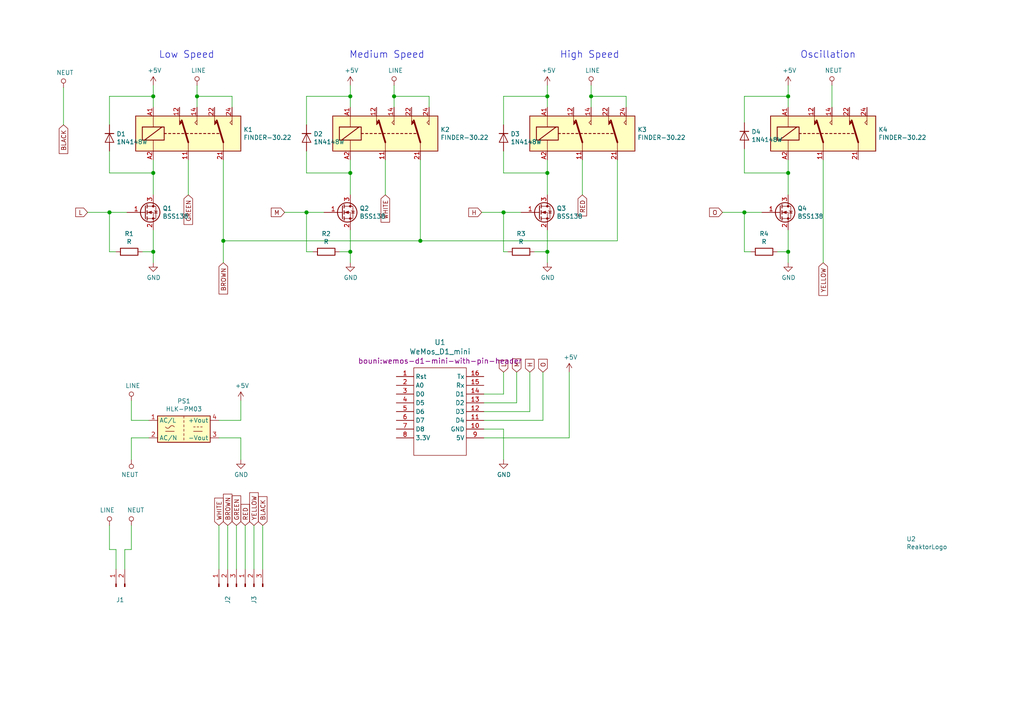
<source format=kicad_sch>
(kicad_sch (version 20210621) (generator eeschema)
  (paper "A4")
  (lib_symbols
    (symbol "Connector:Conn_01x02_Male" (pin_names hide)
      (property "Reference" "J" (at 0 2.54 0))
      (property "Value" "Conn_01x02_Male" (at 0 -5.08 0))
      (symbol "Conn_01x02_Male_1_1"
        (rectangle (start 0.8636 -2.413) (end 0 -2.667) (stroke (width 0.1524)) (fill (type outline)))
        (rectangle (start 0.8636 0.127) (end 0 -0.127) (stroke (width 0.1524)) (fill (type outline)))
        (polyline (pts (xy 1.27 -2.54) (xy 0.8636 -2.54)) (stroke (width 0.1524)))
        (polyline (pts (xy 1.27 0) (xy 0.8636 0)) (stroke (width 0.1524)))
        (pin passive line (at 5.08 0 180) (length 3.81) (name "Pin_1") (number "1"))
        (pin passive line (at 5.08 -2.54 180) (length 3.81) (name "Pin_2") (number "2"))
      )
    )
    (symbol "Connector:Conn_01x03_Male" (pin_names hide)
      (property "Reference" "J" (at 0 5.08 0))
      (property "Value" "Conn_01x03_Male" (at 0 -5.08 0))
      (symbol "Conn_01x03_Male_1_1"
        (rectangle (start 0.8636 -2.413) (end 0 -2.667) (stroke (width 0.1524)) (fill (type outline)))
        (rectangle (start 0.8636 0.127) (end 0 -0.127) (stroke (width 0.1524)) (fill (type outline)))
        (rectangle (start 0.8636 2.667) (end 0 2.413) (stroke (width 0.1524)) (fill (type outline)))
        (polyline (pts (xy 1.27 -2.54) (xy 0.8636 -2.54)) (stroke (width 0.1524)))
        (polyline (pts (xy 1.27 0) (xy 0.8636 0)) (stroke (width 0.1524)))
        (polyline (pts (xy 1.27 2.54) (xy 0.8636 2.54)) (stroke (width 0.1524)))
        (pin passive line (at 5.08 2.54 180) (length 3.81) (name "Pin_1") (number "1"))
        (pin passive line (at 5.08 0 180) (length 3.81) (name "Pin_2") (number "2"))
        (pin passive line (at 5.08 -2.54 180) (length 3.81) (name "Pin_3") (number "3"))
      )
    )
    (symbol "Converter_ACDC:HLK-PM03"
      (property "Reference" "PS" (at 0 5.08 0))
      (property "Value" "HLK-PM03" (at 0 -5.08 0))
      (symbol "HLK-PM03_0_1"
        (arc (start -5.334 0.635) (end -4.064 0.635) (radius (at -4.699 0.9652) (length 0.7112) (angles -152.5 -27.5)))
        (arc (start -2.794 0.635) (end -4.064 0.635) (radius (at -3.429 0.2794) (length 0.7366) (angles 29.2 150.8)))
        (rectangle (start -7.62 3.81) (end 7.62 -3.81) (stroke (width 0.254)) (fill (type background)))
        (polyline (pts (xy -5.334 -0.635) (xy -2.794 -0.635)))
        (polyline (pts (xy 0 -2.54) (xy 0 -3.175)))
        (polyline (pts (xy 0 -1.27) (xy 0 -1.905)))
        (polyline (pts (xy 0 0) (xy 0 -0.635)))
        (polyline (pts (xy 0 1.27) (xy 0 0.635)))
        (polyline (pts (xy 0 2.54) (xy 0 1.905)))
        (polyline (pts (xy 0 3.81) (xy 0 3.175)))
        (polyline (pts (xy 2.794 -0.635) (xy 5.334 -0.635)))
        (polyline (pts (xy 2.794 0.635) (xy 3.302 0.635)))
        (polyline (pts (xy 3.81 0.635) (xy 4.318 0.635)))
        (polyline (pts (xy 4.826 0.635) (xy 5.334 0.635)))
      )
      (symbol "HLK-PM03_1_1"
        (pin power_in line (at -10.16 2.54 0) (length 2.54) (name "AC/L") (number "1"))
        (pin power_in line (at -10.16 -2.54 0) (length 2.54) (name "AC/N") (number "2"))
        (pin power_out line (at 10.16 -2.54 180) (length 2.54) (name "-Vout") (number "3"))
        (pin power_out line (at 10.16 2.54 180) (length 2.54) (name "+Vout") (number "4"))
      )
    )
    (symbol "Device:R" (pin_numbers hide) (pin_names (offset 0))
      (property "Reference" "R" (at 2.032 0 90))
      (property "Value" "R" (at 0 0 90))
      (symbol "R_0_1"
        (rectangle (start -1.016 -2.54) (end 1.016 2.54) (stroke (width 0.254)))
      )
      (symbol "R_1_1"
        (pin passive line (at 0 3.81 270) (length 1.27) (name "~") (number "1"))
        (pin passive line (at 0 -3.81 90) (length 1.27) (name "~") (number "2"))
      )
    )
    (symbol "Diode:1N4148W" (pin_numbers hide) (pin_names hide)
      (property "Reference" "D" (at 0 2.54 0))
      (property "Value" "1N4148W" (at 0 -2.54 0))
      (symbol "1N4148W_0_1"
        (polyline (pts (xy -1.27 1.27) (xy -1.27 -1.27)) (stroke (width 0.254)))
        (polyline (pts (xy 1.27 0) (xy -1.27 0)))
        (polyline (pts (xy 1.27 1.27) (xy 1.27 -1.27) (xy -1.27 0) (xy 1.27 1.27)) (stroke (width 0.2032)))
      )
      (symbol "1N4148W_1_1"
        (pin passive line (at -3.81 0 0) (length 2.54) (name "K") (number "1"))
        (pin passive line (at 3.81 0 180) (length 2.54) (name "A") (number "2"))
      )
    )
    (symbol "Reaktor23:ReaktorLogo"
      (property "Reference" "U" (at 0 0 0))
      (property "Value" "ReaktorLogo" (at 0 2.54 0))
    )
    (symbol "Relay:FINDER-30.22"
      (property "Reference" "K" (at 16.51 3.81 0))
      (property "Value" "FINDER-30.22" (at 16.51 1.27 0))
      (symbol "FINDER-30.22_0_1"
        (rectangle (start -13.335 1.905) (end -6.985 -1.905) (stroke (width 0.254)))
        (rectangle (start -15.24 5.08) (end 15.24 -5.08) (stroke (width 0.254)) (fill (type background)))
        (polyline (pts (xy -12.7 -1.905) (xy -7.62 1.905)) (stroke (width 0.254)))
        (polyline (pts (xy -10.16 -5.08) (xy -10.16 -1.905)))
        (polyline (pts (xy -10.16 5.08) (xy -10.16 1.905)))
        (polyline (pts (xy -6.985 0) (xy -6.35 0)) (stroke (width 0.254)))
        (polyline (pts (xy -5.715 0) (xy -5.08 0)) (stroke (width 0.254)))
        (polyline (pts (xy -4.445 0) (xy -3.81 0)) (stroke (width 0.254)))
        (polyline (pts (xy -3.175 0) (xy -2.54 0)) (stroke (width 0.254)))
        (polyline (pts (xy -2.54 2.54) (xy -2.54 5.08)))
        (polyline (pts (xy -1.905 0) (xy -1.27 0)) (stroke (width 0.254)))
        (polyline (pts (xy -0.635 0) (xy 0 0)) (stroke (width 0.254)))
        (polyline (pts (xy 0 -2.54) (xy -1.905 3.81)) (stroke (width 0.508)))
        (polyline (pts (xy 0 -2.54) (xy 0 -5.08)))
        (polyline (pts (xy 0.635 0) (xy 1.27 0)) (stroke (width 0.254)))
        (polyline (pts (xy 1.905 0) (xy 2.54 0)) (stroke (width 0.254)))
        (polyline (pts (xy 2.54 2.54) (xy 2.54 5.08)))
        (polyline (pts (xy 3.175 0) (xy 3.81 0)) (stroke (width 0.254)))
        (polyline (pts (xy 4.445 0) (xy 5.08 0)) (stroke (width 0.254)))
        (polyline (pts (xy 5.715 0) (xy 6.35 0)) (stroke (width 0.254)))
        (polyline (pts (xy 6.985 0) (xy 7.62 0)) (stroke (width 0.254)))
        (polyline (pts (xy 7.62 2.54) (xy 7.62 5.08)))
        (polyline (pts (xy 8.255 0) (xy 8.89 0)) (stroke (width 0.254)))
        (polyline (pts (xy 10.16 -2.54) (xy 8.255 3.81)) (stroke (width 0.508)))
        (polyline (pts (xy 10.16 -2.54) (xy 10.16 -5.08)))
        (polyline (pts (xy 12.7 2.54) (xy 12.7 5.08)))
        (polyline (pts (xy 2.54 2.54) (xy 1.905 3.175) (xy 2.54 3.81)))
        (polyline (pts (xy 12.7 2.54) (xy 12.065 3.175) (xy 12.7 3.81)))
        (polyline (pts (xy -2.54 2.54) (xy -1.905 3.175) (xy -2.54 3.81)) (fill (type outline)))
        (polyline (pts (xy 7.62 2.54) (xy 8.255 3.175) (xy 7.62 3.81)) (fill (type outline)))
      )
      (symbol "FINDER-30.22_1_1"
        (pin passive line (at 0 -7.62 90) (length 2.54) (name "~") (number "11"))
        (pin passive line (at -2.54 7.62 270) (length 2.54) (name "~") (number "12"))
        (pin passive line (at 2.54 7.62 270) (length 2.54) (name "~") (number "14"))
        (pin passive line (at 10.16 -7.62 90) (length 2.54) (name "~") (number "21"))
        (pin passive line (at 7.62 7.62 270) (length 2.54) (name "~") (number "22"))
        (pin passive line (at 12.7 7.62 270) (length 2.54) (name "~") (number "24"))
        (pin passive line (at -10.16 7.62 270) (length 2.54) (name "~") (number "A1"))
        (pin passive line (at -10.16 -7.62 90) (length 2.54) (name "~") (number "A2"))
      )
    )
    (symbol "Transistor_FET:BSS138" (pin_names (offset 0) hide)
      (property "Reference" "Q" (at 5.08 1.905 0))
      (property "Value" "BSS138" (at 5.08 0 0))
      (symbol "BSS138_0_1"
        (circle (center 1.651 0) (radius 2.8194) (stroke (width 0.254)))
        (circle (center 2.54 -1.778) (radius 0.2794) (fill (type outline)))
        (circle (center 2.54 1.778) (radius 0.2794) (fill (type outline)))
        (polyline (pts (xy 0.762 -1.778) (xy 2.54 -1.778)))
        (polyline (pts (xy 0.762 -1.27) (xy 0.762 -2.286)) (stroke (width 0.254)))
        (polyline (pts (xy 0.762 0) (xy 2.54 0)))
        (polyline (pts (xy 0.762 0.508) (xy 0.762 -0.508)) (stroke (width 0.254)))
        (polyline (pts (xy 0.762 1.778) (xy 2.54 1.778)))
        (polyline (pts (xy 0.762 2.286) (xy 0.762 1.27)) (stroke (width 0.254)))
        (polyline (pts (xy 2.54 -1.778) (xy 2.54 -2.54)))
        (polyline (pts (xy 2.54 -1.778) (xy 2.54 0)))
        (polyline (pts (xy 2.54 2.54) (xy 2.54 1.778)))
        (polyline (pts (xy 0.254 1.905) (xy 0.254 -1.905) (xy 0.254 -1.905)) (stroke (width 0.254)))
        (polyline (pts (xy 2.54 -1.778) (xy 3.302 -1.778) (xy 3.302 1.778) (xy 2.54 1.778)))
        (polyline (pts (xy 2.794 0.508) (xy 2.921 0.381) (xy 3.683 0.381) (xy 3.81 0.254)))
        (polyline (pts (xy 3.302 0.381) (xy 2.921 -0.254) (xy 3.683 -0.254) (xy 3.302 0.381)))
        (polyline (pts (xy 1.016 0) (xy 2.032 0.381) (xy 2.032 -0.381) (xy 1.016 0)) (fill (type outline)))
      )
      (symbol "BSS138_1_1"
        (pin input line (at -5.08 0 0) (length 5.334) (name "G") (number "1"))
        (pin passive line (at 2.54 -5.08 90) (length 2.54) (name "S") (number "2"))
        (pin passive line (at 2.54 5.08 270) (length 2.54) (name "D") (number "3"))
      )
    )
    (symbol "power:+5V" (power) (pin_names (offset 0))
      (property "Value" "+5V" (at 0 3.556 0))
      (symbol "+5V_0_1"
        (polyline (pts (xy -0.762 1.27) (xy 0 2.54)))
        (polyline (pts (xy 0 0) (xy 0 2.54)))
        (polyline (pts (xy 0 2.54) (xy 0.762 1.27)))
      )
      (symbol "+5V_1_1"
        (pin power_in line (at 0 0 90) (length 0) hide (name "+5V") (number "1"))
      )
    )
    (symbol "power:GND" (power) (pin_names (offset 0))
      (property "Value" "GND" (at 0 -3.81 0))
      (symbol "GND_0_1"
        (polyline (pts (xy 0 0) (xy 0 -1.27) (xy 1.27 -1.27) (xy 0 -2.54) (xy -1.27 -1.27) (xy 0 -1.27)))
      )
      (symbol "GND_1_1"
        (pin power_in line (at 0 0 270) (length 0) hide (name "GND") (number "1"))
      )
    )
    (symbol "power:LINE" (power) (pin_names (offset 0))
      (property "Value" "LINE" (at 0 3.81 0))
      (symbol "LINE_0_1"
        (circle (center 0 1.905) (radius 0.635))
        (polyline (pts (xy 0 0) (xy 0 1.27)))
      )
      (symbol "LINE_1_1"
        (pin power_in line (at 0 0 90) (length 0) hide (name "LINE") (number "1"))
      )
    )
    (symbol "power:NEUT" (power) (pin_names (offset 0))
      (property "Value" "NEUT" (at 0 3.81 0))
      (symbol "NEUT_0_1"
        (circle (center 0 1.905) (radius 0.635))
        (polyline (pts (xy 0 0) (xy 0 1.27)))
      )
      (symbol "NEUT_1_1"
        (pin power_in line (at 0 0 90) (length 0) hide (name "NEUT") (number "1"))
      )
    )
    (symbol "wemos_mini:WeMos_D1_mini"
      (property "Reference" "U" (at 0 12.7 0))
      (property "Value" "WeMos_D1_mini" (at 0 -12.7 0))
      (symbol "WeMos_D1_mini_0_1"
        (rectangle (start -7.62 11.43) (end 7.62 -13.97))
      )
      (symbol "WeMos_D1_mini_1_1"
        (pin bidirectional line (at -12.7 8.89 0) (length 5.08) (name "Rst") (number "1"))
        (pin power_in line (at 12.7 -6.35 180) (length 5.08) (name "GND") (number "10"))
        (pin bidirectional line (at 12.7 -3.81 180) (length 5.08) (name "D4") (number "11"))
        (pin bidirectional line (at 12.7 -1.27 180) (length 5.08) (name "D3") (number "12"))
        (pin bidirectional line (at 12.7 1.27 180) (length 5.08) (name "D2") (number "13"))
        (pin bidirectional line (at 12.7 3.81 180) (length 5.08) (name "D1") (number "14"))
        (pin bidirectional line (at 12.7 6.35 180) (length 5.08) (name "Rx") (number "15"))
        (pin bidirectional line (at 12.7 8.89 180) (length 5.08) (name "Tx") (number "16"))
        (pin bidirectional line (at -12.7 6.35 0) (length 5.08) (name "A0") (number "2"))
        (pin bidirectional line (at -12.7 3.81 0) (length 5.08) (name "D0") (number "3"))
        (pin bidirectional line (at -12.7 1.27 0) (length 5.08) (name "D5") (number "4"))
        (pin bidirectional line (at -12.7 -1.27 0) (length 5.08) (name "D6") (number "5"))
        (pin bidirectional line (at -12.7 -3.81 0) (length 5.08) (name "D7") (number "6"))
        (pin bidirectional line (at -12.7 -6.35 0) (length 5.08) (name "D8") (number "7"))
        (pin power_out line (at -12.7 -8.89 0) (length 5.08) (name "3.3V") (number "8"))
        (pin power_in line (at 12.7 -8.89 180) (length 5.08) (name "5V") (number "9"))
      )
    )
  )
  (junction (at 31.75 61.595) (diameter 1.016))
  (junction (at 44.45 27.94) (diameter 1.016))
  (junction (at 44.45 50.165) (diameter 1.016))
  (junction (at 44.45 73.025) (diameter 1.016))
  (junction (at 57.15 27.94) (diameter 1.016))
  (junction (at 64.77 69.85) (diameter 1.016))
  (junction (at 88.9 61.595) (diameter 1.016))
  (junction (at 101.6 27.94) (diameter 1.016))
  (junction (at 101.6 50.165) (diameter 1.016))
  (junction (at 101.6 73.025) (diameter 1.016))
  (junction (at 114.3 27.94) (diameter 1.016))
  (junction (at 121.92 69.85) (diameter 1.016))
  (junction (at 146.05 61.595) (diameter 1.016))
  (junction (at 158.75 27.94) (diameter 1.016))
  (junction (at 158.75 50.165) (diameter 1.016))
  (junction (at 158.75 73.025) (diameter 1.016))
  (junction (at 171.45 27.94) (diameter 1.016))
  (junction (at 215.9 61.595) (diameter 1.016))
  (junction (at 228.6 27.94) (diameter 1.016))
  (junction (at 228.6 50.165) (diameter 1.016))
  (junction (at 228.6 73.025) (diameter 1.016))
  (wire (pts (xy 18.415 25.4) (xy 18.415 36.195)))
  (wire (pts (xy 25.4 61.595) (xy 31.75 61.595)))
  (wire (pts (xy 31.75 27.94) (xy 44.45 27.94)))
  (wire (pts (xy 31.75 36.195) (xy 31.75 27.94)))
  (wire (pts (xy 31.75 43.815) (xy 31.75 50.165)))
  (wire (pts (xy 31.75 50.165) (xy 44.45 50.165)))
  (wire (pts (xy 31.75 61.595) (xy 31.75 73.025)))
  (wire (pts (xy 31.75 73.025) (xy 33.655 73.025)))
  (wire (pts (xy 31.75 152.4) (xy 31.75 159.385)))
  (wire (pts (xy 33.655 159.385) (xy 31.75 159.385)))
  (wire (pts (xy 33.655 165.1) (xy 33.655 159.385)))
  (wire (pts (xy 36.195 159.385) (xy 38.1 159.385)))
  (wire (pts (xy 36.195 165.1) (xy 36.195 159.385)))
  (wire (pts (xy 36.83 61.595) (xy 31.75 61.595)))
  (wire (pts (xy 38.1 116.205) (xy 38.1 121.92)))
  (wire (pts (xy 38.1 127) (xy 38.1 133.35)))
  (wire (pts (xy 38.1 152.4) (xy 38.1 159.385)))
  (wire (pts (xy 41.275 73.025) (xy 44.45 73.025)))
  (wire (pts (xy 43.18 121.92) (xy 38.1 121.92)))
  (wire (pts (xy 43.18 127) (xy 38.1 127)))
  (wire (pts (xy 44.45 24.765) (xy 44.45 27.94)))
  (wire (pts (xy 44.45 27.94) (xy 44.45 31.115)))
  (wire (pts (xy 44.45 46.355) (xy 44.45 50.165)))
  (wire (pts (xy 44.45 50.165) (xy 44.45 56.515)))
  (wire (pts (xy 44.45 73.025) (xy 44.45 66.675)))
  (wire (pts (xy 44.45 73.025) (xy 44.45 76.2)))
  (wire (pts (xy 54.61 46.355) (xy 54.61 56.515)))
  (wire (pts (xy 57.15 24.765) (xy 57.15 27.94)))
  (wire (pts (xy 57.15 27.94) (xy 57.15 31.115)))
  (wire (pts (xy 57.15 27.94) (xy 67.31 27.94)))
  (wire (pts (xy 63.5 121.92) (xy 69.85 121.92)))
  (wire (pts (xy 63.5 127) (xy 69.85 127)))
  (wire (pts (xy 63.5 152.4) (xy 63.5 165.1)))
  (wire (pts (xy 64.77 46.355) (xy 64.77 69.85)))
  (wire (pts (xy 64.77 69.85) (xy 64.77 76.2)))
  (wire (pts (xy 64.77 69.85) (xy 121.92 69.85)))
  (wire (pts (xy 66.04 152.4) (xy 66.04 165.1)))
  (wire (pts (xy 67.31 27.94) (xy 67.31 31.115)))
  (wire (pts (xy 68.58 152.4) (xy 68.58 165.1)))
  (wire (pts (xy 69.85 116.205) (xy 69.85 121.92)))
  (wire (pts (xy 69.85 127) (xy 69.85 133.35)))
  (wire (pts (xy 71.12 152.4) (xy 71.12 165.1)))
  (wire (pts (xy 73.66 152.4) (xy 73.66 165.1)))
  (wire (pts (xy 76.2 152.4) (xy 76.2 165.1)))
  (wire (pts (xy 82.55 61.595) (xy 88.9 61.595)))
  (wire (pts (xy 88.9 27.94) (xy 101.6 27.94)))
  (wire (pts (xy 88.9 36.195) (xy 88.9 27.94)))
  (wire (pts (xy 88.9 43.815) (xy 88.9 50.165)))
  (wire (pts (xy 88.9 50.165) (xy 101.6 50.165)))
  (wire (pts (xy 88.9 61.595) (xy 88.9 73.025)))
  (wire (pts (xy 88.9 73.025) (xy 90.805 73.025)))
  (wire (pts (xy 93.98 61.595) (xy 88.9 61.595)))
  (wire (pts (xy 98.425 73.025) (xy 101.6 73.025)))
  (wire (pts (xy 101.6 24.765) (xy 101.6 27.94)))
  (wire (pts (xy 101.6 27.94) (xy 101.6 31.115)))
  (wire (pts (xy 101.6 46.355) (xy 101.6 50.165)))
  (wire (pts (xy 101.6 50.165) (xy 101.6 56.515)))
  (wire (pts (xy 101.6 73.025) (xy 101.6 66.675)))
  (wire (pts (xy 101.6 73.025) (xy 101.6 76.2)))
  (wire (pts (xy 111.76 46.355) (xy 111.76 56.515)))
  (wire (pts (xy 114.3 24.765) (xy 114.3 27.94)))
  (wire (pts (xy 114.3 27.94) (xy 114.3 31.115)))
  (wire (pts (xy 114.3 27.94) (xy 124.46 27.94)))
  (wire (pts (xy 121.92 46.355) (xy 121.92 69.85)))
  (wire (pts (xy 121.92 69.85) (xy 179.07 69.85)))
  (wire (pts (xy 124.46 27.94) (xy 124.46 31.115)))
  (wire (pts (xy 139.7 61.595) (xy 146.05 61.595)))
  (wire (pts (xy 140.335 114.3) (xy 146.05 114.3)))
  (wire (pts (xy 140.335 116.84) (xy 149.86 116.84)))
  (wire (pts (xy 140.335 119.38) (xy 153.67 119.38)))
  (wire (pts (xy 140.335 121.92) (xy 157.48 121.92)))
  (wire (pts (xy 140.335 124.46) (xy 146.05 124.46)))
  (wire (pts (xy 140.335 127) (xy 165.1 127)))
  (wire (pts (xy 146.05 27.94) (xy 158.75 27.94)))
  (wire (pts (xy 146.05 36.195) (xy 146.05 27.94)))
  (wire (pts (xy 146.05 43.815) (xy 146.05 50.165)))
  (wire (pts (xy 146.05 50.165) (xy 158.75 50.165)))
  (wire (pts (xy 146.05 61.595) (xy 146.05 73.025)))
  (wire (pts (xy 146.05 73.025) (xy 147.32 73.025)))
  (wire (pts (xy 146.05 107.95) (xy 146.05 114.3)))
  (wire (pts (xy 146.05 124.46) (xy 146.05 133.35)))
  (wire (pts (xy 149.86 107.95) (xy 149.86 116.84)))
  (wire (pts (xy 151.13 61.595) (xy 146.05 61.595)))
  (wire (pts (xy 153.67 107.95) (xy 153.67 119.38)))
  (wire (pts (xy 154.94 73.025) (xy 158.75 73.025)))
  (wire (pts (xy 157.48 107.95) (xy 157.48 121.92)))
  (wire (pts (xy 158.75 24.765) (xy 158.75 27.94)))
  (wire (pts (xy 158.75 27.94) (xy 158.75 31.115)))
  (wire (pts (xy 158.75 46.355) (xy 158.75 50.165)))
  (wire (pts (xy 158.75 50.165) (xy 158.75 56.515)))
  (wire (pts (xy 158.75 73.025) (xy 158.75 66.675)))
  (wire (pts (xy 158.75 73.025) (xy 158.75 76.2)))
  (wire (pts (xy 165.1 107.95) (xy 165.1 127)))
  (wire (pts (xy 168.91 46.355) (xy 168.91 56.515)))
  (wire (pts (xy 171.45 24.765) (xy 171.45 27.94)))
  (wire (pts (xy 171.45 27.94) (xy 171.45 31.115)))
  (wire (pts (xy 171.45 27.94) (xy 181.61 27.94)))
  (wire (pts (xy 179.07 46.355) (xy 179.07 69.85)))
  (wire (pts (xy 181.61 27.94) (xy 181.61 31.115)))
  (wire (pts (xy 209.55 61.595) (xy 215.9 61.595)))
  (wire (pts (xy 215.9 27.94) (xy 228.6 27.94)))
  (wire (pts (xy 215.9 35.56) (xy 215.9 27.94)))
  (wire (pts (xy 215.9 43.18) (xy 215.9 50.165)))
  (wire (pts (xy 215.9 50.165) (xy 228.6 50.165)))
  (wire (pts (xy 215.9 61.595) (xy 215.9 73.025)))
  (wire (pts (xy 215.9 73.025) (xy 217.805 73.025)))
  (wire (pts (xy 220.98 61.595) (xy 215.9 61.595)))
  (wire (pts (xy 225.425 73.025) (xy 228.6 73.025)))
  (wire (pts (xy 228.6 24.765) (xy 228.6 27.94)))
  (wire (pts (xy 228.6 27.94) (xy 228.6 31.115)))
  (wire (pts (xy 228.6 46.355) (xy 228.6 50.165)))
  (wire (pts (xy 228.6 50.165) (xy 228.6 56.515)))
  (wire (pts (xy 228.6 73.025) (xy 228.6 66.675)))
  (wire (pts (xy 228.6 73.025) (xy 228.6 76.2)))
  (wire (pts (xy 238.76 46.355) (xy 238.76 76.2)))
  (wire (pts (xy 241.3 24.765) (xy 241.3 31.115)))
  (text "Low Speed" (at 62.23 17.145 180) (effects (font (size 2 2)) (justify right bottom)))
  (text "Medium Speed\n" (at 123.19 17.145 180) (effects (font (size 2 2)) (justify right bottom)))
  (text "High Speed\n" (at 179.705 17.145 180) (effects (font (size 2 2)) (justify right bottom)))
  (text "Oscillation\n" (at 248.285 17.145 180) (effects (font (size 2 2)) (justify right bottom)))
  (global_label "BLACK" (shape input) (at 18.415 36.195 270) (property "Intersheet References" "${INTERSHEET_REFS}" (effects hide)))
  (global_label "L" (shape input) (at 25.4 61.595 180) (property "Intersheet References" "${INTERSHEET_REFS}" (effects hide)))
  (global_label "GREEN" (shape input) (at 54.61 56.515 270) (property "Intersheet References" "${INTERSHEET_REFS}" (effects hide)))
  (global_label "WHITE" (shape input) (at 63.5 152.4 90) (property "Intersheet References" "${INTERSHEET_REFS}" (effects hide)))
  (global_label "BROWN" (shape input) (at 64.77 76.2 270) (property "Intersheet References" "${INTERSHEET_REFS}" (effects hide)))
  (global_label "BROWN" (shape input) (at 66.04 152.4 90) (property "Intersheet References" "${INTERSHEET_REFS}" (effects hide)))
  (global_label "GREEN" (shape input) (at 68.58 152.4 90) (property "Intersheet References" "${INTERSHEET_REFS}" (effects hide)))
  (global_label "RED" (shape input) (at 71.12 152.4 90) (property "Intersheet References" "${INTERSHEET_REFS}" (effects hide)))
  (global_label "YELLOW" (shape input) (at 73.66 152.4 90) (property "Intersheet References" "${INTERSHEET_REFS}" (effects hide)))
  (global_label "BLACK" (shape input) (at 76.2 152.4 90) (property "Intersheet References" "${INTERSHEET_REFS}" (effects hide)))
  (global_label "M" (shape input) (at 82.55 61.595 180) (property "Intersheet References" "${INTERSHEET_REFS}" (effects hide)))
  (global_label "WHITE" (shape input) (at 111.76 56.515 270) (property "Intersheet References" "${INTERSHEET_REFS}" (effects hide)))
  (global_label "H" (shape input) (at 139.7 61.595 180) (property "Intersheet References" "${INTERSHEET_REFS}" (effects hide)))
  (global_label "L" (shape input) (at 146.05 107.95 90) (property "Intersheet References" "${INTERSHEET_REFS}" (effects hide)))
  (global_label "M" (shape input) (at 149.86 107.95 90) (property "Intersheet References" "${INTERSHEET_REFS}" (effects hide)))
  (global_label "H" (shape input) (at 153.67 107.95 90) (property "Intersheet References" "${INTERSHEET_REFS}" (effects hide)))
  (global_label "O" (shape input) (at 157.48 107.95 90) (property "Intersheet References" "${INTERSHEET_REFS}" (effects hide)))
  (global_label "RED" (shape input) (at 168.91 56.515 270) (property "Intersheet References" "${INTERSHEET_REFS}" (effects hide)))
  (global_label "O" (shape input) (at 209.55 61.595 180) (property "Intersheet References" "${INTERSHEET_REFS}" (effects hide)))
  (global_label "YELLOW" (shape input) (at 238.76 76.2 270) (property "Intersheet References" "${INTERSHEET_REFS}" (effects hide)))
  (symbol (lib_id "Reaktor23:ReaktorLogo") (at 262.255 157.48 0) (unit 1)
    (property "Reference" "U2" (at 262.89 156.3306 0) (effects (justify left)))
    (property "Value" "ReaktorLogo" (at 262.89 158.6293 0) (effects (justify left)))
    (property "Footprint" "bouni:Reaktor23_8mm" (effects hide))
  )
  (symbol (lib_id "power:NEUT") (at 18.415 25.4 0) (unit 1)
    (property "Reference" "#PWR01" (effects hide))
    (property "Value" "NEUT" (at 18.8468 21.0756 0))
  )
  (symbol (lib_id "power:LINE") (at 31.75 152.4 0) (unit 1)
    (property "Reference" "#PWR020" (effects hide))
    (property "Value" "LINE" (at 31.115 147.955 0))
  )
  (symbol (lib_id "power:LINE") (at 38.1 116.205 0) (unit 1)
    (property "Reference" "#PWR02" (effects hide))
    (property "Value" "LINE" (at 38.5318 111.8806 0))
  )
  (symbol (lib_id "power:NEUT") (at 38.1 133.35 180) (unit 1)
    (property "Reference" "#PWR03" (effects hide))
    (property "Value" "NEUT" (at 37.6682 137.6744 0))
  )
  (symbol (lib_id "power:NEUT") (at 38.1 152.4 0) (unit 1)
    (property "Reference" "#PWR021" (effects hide))
    (property "Value" "NEUT" (at 39.37 147.955 0))
  )
  (symbol (lib_id "power:LINE") (at 57.15 24.765 0) (unit 1)
    (property "Reference" "#PWR06" (effects hide))
    (property "Value" "LINE" (at 57.5818 20.4406 0))
  )
  (symbol (lib_id "power:LINE") (at 114.3 24.765 0) (unit 1)
    (property "Reference" "#PWR011" (effects hide))
    (property "Value" "LINE" (at 114.7318 20.4406 0))
  )
  (symbol (lib_id "power:LINE") (at 171.45 24.765 0) (unit 1)
    (property "Reference" "#PWR016" (effects hide))
    (property "Value" "LINE" (at 171.8818 20.4406 0))
  )
  (symbol (lib_id "power:NEUT") (at 241.3 24.765 0) (unit 1)
    (property "Reference" "#PWR019" (effects hide))
    (property "Value" "NEUT" (at 241.7318 20.4406 0))
  )
  (symbol (lib_id "power:+5V") (at 44.45 24.765 0) (unit 1)
    (property "Reference" "#PWR04" (effects hide))
    (property "Value" "+5V" (at 44.8183 20.4406 0))
  )
  (symbol (lib_id "power:+5V") (at 69.85 116.205 0) (unit 1)
    (property "Reference" "#PWR07" (effects hide))
    (property "Value" "+5V" (at 70.2183 111.8806 0))
  )
  (symbol (lib_id "power:+5V") (at 101.6 24.765 0) (unit 1)
    (property "Reference" "#PWR09" (effects hide))
    (property "Value" "+5V" (at 101.9683 20.4406 0))
  )
  (symbol (lib_id "power:+5V") (at 158.75 24.765 0) (unit 1)
    (property "Reference" "#PWR013" (effects hide))
    (property "Value" "+5V" (at 159.1183 20.4406 0))
  )
  (symbol (lib_id "power:+5V") (at 165.1 107.95 0) (unit 1)
    (property "Reference" "#PWR015" (effects hide))
    (property "Value" "+5V" (at 165.4683 103.6256 0))
  )
  (symbol (lib_id "power:+5V") (at 228.6 24.765 0) (unit 1)
    (property "Reference" "#PWR017" (effects hide))
    (property "Value" "+5V" (at 228.9683 20.4406 0))
  )
  (symbol (lib_id "power:GND") (at 44.45 76.2 0) (unit 1)
    (property "Reference" "#PWR05" (effects hide))
    (property "Value" "GND" (at 44.5643 80.5244 0))
  )
  (symbol (lib_id "power:GND") (at 69.85 133.35 0) (unit 1)
    (property "Reference" "#PWR08" (effects hide))
    (property "Value" "GND" (at 69.9643 137.6744 0))
  )
  (symbol (lib_id "power:GND") (at 101.6 76.2 0) (unit 1)
    (property "Reference" "#PWR010" (effects hide))
    (property "Value" "GND" (at 101.7143 80.5244 0))
  )
  (symbol (lib_id "power:GND") (at 146.05 133.35 0) (unit 1)
    (property "Reference" "#PWR012" (effects hide))
    (property "Value" "GND" (at 146.1643 137.6744 0))
  )
  (symbol (lib_id "power:GND") (at 158.75 76.2 0) (unit 1)
    (property "Reference" "#PWR014" (effects hide))
    (property "Value" "GND" (at 158.8643 80.5244 0))
  )
  (symbol (lib_id "power:GND") (at 228.6 76.2 0) (unit 1)
    (property "Reference" "#PWR018" (effects hide))
    (property "Value" "GND" (at 228.7143 80.5244 0))
  )
  (symbol (lib_id "Connector:Conn_01x02_Male") (at 33.655 170.18 90) (unit 1)
    (property "Reference" "J1" (at 33.655 173.99 90) (effects (justify right)))
    (property "Value" "Conn_01x02_Male" (effects hide))
    (property "Footprint" "Connector_Wire:SolderWirePad_1x02_P5.08mm_Drill1.5mm" (effects hide))
  )
  (symbol (lib_id "Device:R") (at 37.465 73.025 90) (unit 1)
    (property "Reference" "R1" (at 37.465 67.7988 90))
    (property "Value" "R" (at 37.465 70.0975 90))
    (property "Footprint" "Resistor_SMD:R_0805_2012Metric" (effects hide))
  )
  (symbol (lib_id "Device:R") (at 94.615 73.025 90) (unit 1)
    (property "Reference" "R2" (at 94.615 67.7988 90))
    (property "Value" "R" (at 94.615 70.0975 90))
    (property "Footprint" "Resistor_SMD:R_0805_2012Metric" (effects hide))
  )
  (symbol (lib_id "Device:R") (at 151.13 73.025 90) (unit 1)
    (property "Reference" "R3" (at 151.13 67.7988 90))
    (property "Value" "R" (at 151.13 70.0975 90))
    (property "Footprint" "Resistor_SMD:R_0805_2012Metric" (effects hide))
  )
  (symbol (lib_id "Device:R") (at 221.615 73.025 90) (unit 1)
    (property "Reference" "R4" (at 221.615 67.7988 90))
    (property "Value" "R" (at 221.615 70.0975 90))
    (property "Footprint" "Resistor_SMD:R_0805_2012Metric" (effects hide))
  )
  (symbol (lib_id "Diode:1N4148W") (at 31.75 40.005 270) (unit 1)
    (property "Reference" "D1" (at 33.7821 38.8556 90) (effects (justify left)))
    (property "Value" "1N4148W" (at 33.7821 41.1543 90) (effects (justify left)))
    (property "Footprint" "Diode_SMD:D_SOD-123" (effects hide))
    (property "Datasheet" "https://www.vishay.com/docs/85748/1n4148w.pdf" (effects hide))
  )
  (symbol (lib_id "Diode:1N4148W") (at 88.9 40.005 270) (unit 1)
    (property "Reference" "D2" (at 90.9321 38.8556 90) (effects (justify left)))
    (property "Value" "1N4148W" (at 90.9321 41.1543 90) (effects (justify left)))
    (property "Footprint" "Diode_SMD:D_SOD-123" (effects hide))
    (property "Datasheet" "https://www.vishay.com/docs/85748/1n4148w.pdf" (effects hide))
  )
  (symbol (lib_id "Diode:1N4148W") (at 146.05 40.005 270) (unit 1)
    (property "Reference" "D3" (at 148.0821 38.8556 90) (effects (justify left)))
    (property "Value" "1N4148W" (at 148.0821 41.1543 90) (effects (justify left)))
    (property "Footprint" "Diode_SMD:D_SOD-123" (effects hide))
    (property "Datasheet" "https://www.vishay.com/docs/85748/1n4148w.pdf" (effects hide))
  )
  (symbol (lib_id "Diode:1N4148W") (at 215.9 39.37 270) (unit 1)
    (property "Reference" "D4" (at 217.9321 38.2206 90) (effects (justify left)))
    (property "Value" "1N4148W" (at 217.9321 40.5193 90) (effects (justify left)))
    (property "Footprint" "Diode_SMD:D_SOD-123" (effects hide))
    (property "Datasheet" "https://www.vishay.com/docs/85748/1n4148w.pdf" (effects hide))
  )
  (symbol (lib_id "Connector:Conn_01x03_Male") (at 66.04 170.18 90) (unit 1)
    (property "Reference" "J2" (at 66.04 173.99 0))
    (property "Value" "Conn_01x03_Male" (effects hide))
    (property "Footprint" "Connector_Wire:SolderWirePad_1x03_P4.445mm_Drill1.5mm" (effects hide))
  )
  (symbol (lib_id "Connector:Conn_01x03_Male") (at 73.66 170.18 90) (unit 1)
    (property "Reference" "J3" (at 73.66 173.99 0))
    (property "Value" "Conn_01x03_Male" (effects hide))
    (property "Footprint" "Connector_Wire:SolderWirePad_1x03_P4.445mm_Drill1.5mm" (effects hide))
  )
  (symbol (lib_id "Transistor_FET:BSS138") (at 41.91 61.595 0) (unit 1)
    (property "Reference" "Q1" (at 47.1425 60.4456 0) (effects (justify left)))
    (property "Value" "BSS138" (at 47.1425 62.7443 0) (effects (justify left)))
    (property "Footprint" "Package_TO_SOT_SMD:SOT-23" (effects hide))
    (property "Datasheet" "https://www.fairchildsemi.com/datasheets/BS/BSS138.pdf" (effects hide))
  )
  (symbol (lib_id "Transistor_FET:BSS138") (at 99.06 61.595 0) (unit 1)
    (property "Reference" "Q2" (at 104.2925 60.4456 0) (effects (justify left)))
    (property "Value" "BSS138" (at 104.2925 62.7443 0) (effects (justify left)))
    (property "Footprint" "Package_TO_SOT_SMD:SOT-23" (effects hide))
    (property "Datasheet" "https://www.fairchildsemi.com/datasheets/BS/BSS138.pdf" (effects hide))
  )
  (symbol (lib_id "Transistor_FET:BSS138") (at 156.21 61.595 0) (unit 1)
    (property "Reference" "Q3" (at 161.4425 60.4456 0) (effects (justify left)))
    (property "Value" "BSS138" (at 161.4425 62.7443 0) (effects (justify left)))
    (property "Footprint" "Package_TO_SOT_SMD:SOT-23" (effects hide))
    (property "Datasheet" "https://www.fairchildsemi.com/datasheets/BS/BSS138.pdf" (effects hide))
  )
  (symbol (lib_id "Transistor_FET:BSS138") (at 226.06 61.595 0) (unit 1)
    (property "Reference" "Q4" (at 231.2925 60.4456 0) (effects (justify left)))
    (property "Value" "BSS138" (at 231.2925 62.7443 0) (effects (justify left)))
    (property "Footprint" "Package_TO_SOT_SMD:SOT-23" (effects hide))
    (property "Datasheet" "https://www.fairchildsemi.com/datasheets/BS/BSS138.pdf" (effects hide))
  )
  (symbol (lib_id "Converter_ACDC:HLK-PM03") (at 53.34 124.46 0) (unit 1)
    (property "Reference" "PS1" (at 53.34 116.3382 0))
    (property "Value" "HLK-PM03" (at 53.34 118.6369 0))
    (property "Footprint" "Converter_ACDC:Converter_ACDC_HiLink_HLK-PMxx" (effects hide))
    (property "Datasheet" "http://www.hlktech.net/product_detail.php?ProId=59" (effects hide))
  )
  (symbol (lib_id "Relay:FINDER-30.22") (at 54.61 38.735 0) (unit 1)
    (property "Reference" "K1" (at 70.6121 37.5856 0) (effects (justify left)))
    (property "Value" "FINDER-30.22" (at 70.6121 39.8843 0) (effects (justify left)))
    (property "Footprint" "Relay_THT:Relay_DPDT_Finder_30.22" (effects hide))
    (property "Datasheet" "http://gfinder.findernet.com/assets/Series/354/S30EN.pdf" (effects hide))
  )
  (symbol (lib_id "Relay:FINDER-30.22") (at 111.76 38.735 0) (unit 1)
    (property "Reference" "K2" (at 127.7621 37.5856 0) (effects (justify left)))
    (property "Value" "FINDER-30.22" (at 127.7621 39.8843 0) (effects (justify left)))
    (property "Footprint" "Relay_THT:Relay_DPDT_Finder_30.22" (effects hide))
    (property "Datasheet" "http://gfinder.findernet.com/assets/Series/354/S30EN.pdf" (effects hide))
  )
  (symbol (lib_id "Relay:FINDER-30.22") (at 168.91 38.735 0) (unit 1)
    (property "Reference" "K3" (at 184.9121 37.5856 0) (effects (justify left)))
    (property "Value" "FINDER-30.22" (at 184.9121 39.8843 0) (effects (justify left)))
    (property "Footprint" "Relay_THT:Relay_DPDT_Finder_30.22" (effects hide))
    (property "Datasheet" "http://gfinder.findernet.com/assets/Series/354/S30EN.pdf" (effects hide))
  )
  (symbol (lib_id "Relay:FINDER-30.22") (at 238.76 38.735 0) (unit 1)
    (property "Reference" "K4" (at 254.7621 37.5856 0) (effects (justify left)))
    (property "Value" "FINDER-30.22" (at 254.7621 39.8843 0) (effects (justify left)))
    (property "Footprint" "Relay_THT:Relay_DPDT_Finder_30.22" (effects hide))
    (property "Datasheet" "http://gfinder.findernet.com/assets/Series/354/S30EN.pdf" (effects hide))
  )
  (symbol (lib_id "wemos_mini:WeMos_D1_mini") (at 127.635 118.11 0) (unit 1)
    (property "Reference" "U1" (at 127.635 99.2759 0) (effects (font (size 1.524 1.524))))
    (property "Value" "WeMos_D1_mini" (at 127.635 101.9835 0) (effects (font (size 1.524 1.524))))
    (property "Footprint" "bouni:wemos-d1-mini-with-pin-header" (at 127.635 104.6911 0) (effects (font (size 1.524 1.524))))
  )
)
</source>
